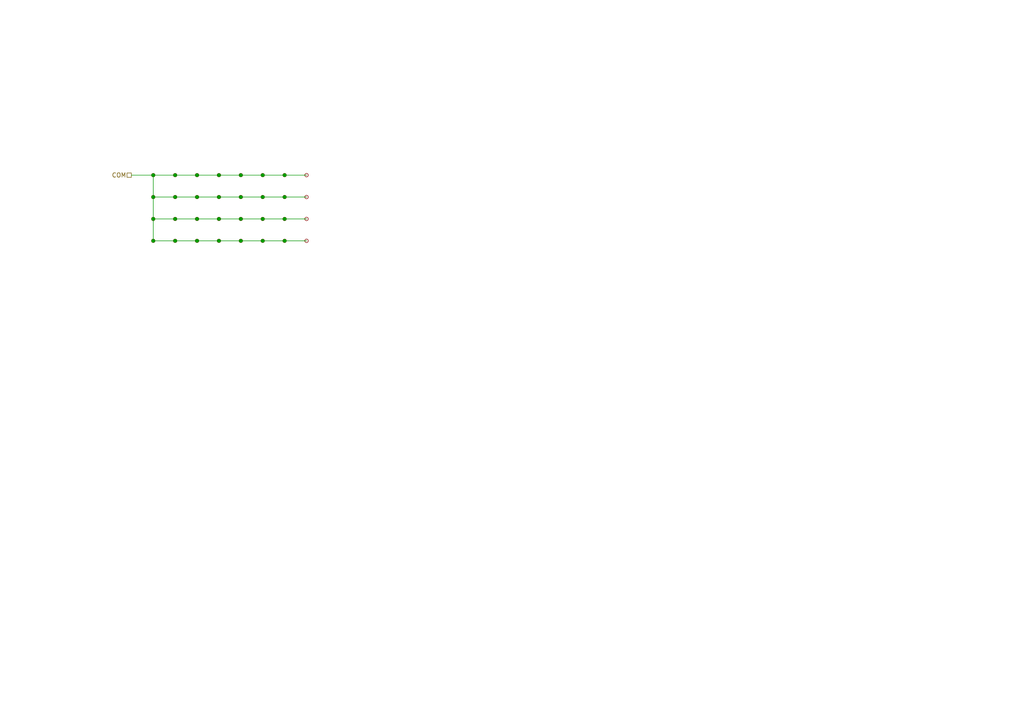
<source format=kicad_sch>
(kicad_sch (version 20231120) (generator "eeschema") (generator_version "8.0")
  (paper "A4")
  (title_block (title "User Expansion") (date "2025-01-24") (rev "1") (company "Ashet Technologies"))
  (lib_symbols
    (symbol "Connector:TestPoint_Small" (pin_numbers hide) (pin_names (offset 0.762) hide)
      (property "Reference" "TP" (at 0 3.81 0))
      (property "Value" "TestPoint_Small" (at 0 2.032 0))
      (symbol "TestPoint_Small_0_1"
        (circle (center 0 0) (radius 0.508))
      )
      (symbol "TestPoint_Small_1_1"
        (pin passive line (at 0 0 90) (length 0) (name "1") (number "1"))
      )
    )
  )
  (junction (at 50.8 57.15))
  (junction (at 63.5 63.5))
  (junction (at 44.45 50.8))
  (junction (at 63.5 69.85))
  (junction (at 57.15 69.85))
  (junction (at 44.45 69.85))
  (junction (at 76.2 69.85))
  (junction (at 63.5 57.15))
  (junction (at 82.55 50.8))
  (junction (at 57.15 57.15))
  (junction (at 50.8 69.85))
  (junction (at 50.8 63.5))
  (junction (at 63.5 50.8))
  (junction (at 76.2 57.15))
  (junction (at 82.55 63.5))
  (junction (at 69.85 57.15))
  (junction (at 69.85 50.8))
  (junction (at 57.15 63.5))
  (junction (at 76.2 50.8))
  (junction (at 44.45 57.15))
  (junction (at 69.85 63.5))
  (junction (at 69.85 69.85))
  (junction (at 76.2 63.5))
  (junction (at 44.45 63.5))
  (junction (at 82.55 57.15))
  (junction (at 57.15 50.8))
  (junction (at 50.8 50.8))
  (junction (at 82.55 69.85))
  (wire (pts (xy 50.8 69.85) (xy 57.15 69.85)))
  (wire (pts (xy 76.2 63.5) (xy 82.55 63.5)))
  (wire (pts (xy 82.55 63.5) (xy 88.9 63.5)))
  (wire (pts (xy 50.8 63.5) (xy 57.15 63.5)))
  (wire (pts (xy 76.2 57.15) (xy 82.55 57.15)))
  (wire (pts (xy 44.45 63.5) (xy 50.8 63.5)))
  (wire (pts (xy 44.45 50.8) (xy 44.45 57.15)))
  (wire (pts (xy 63.5 63.5) (xy 69.85 63.5)))
  (wire (pts (xy 57.15 57.15) (xy 63.5 57.15)))
  (wire (pts (xy 50.8 50.8) (xy 57.15 50.8)))
  (wire (pts (xy 44.45 69.85) (xy 50.8 69.85)))
  (wire (pts (xy 44.45 63.5) (xy 44.45 69.85)))
  (wire (pts (xy 82.55 50.8) (xy 88.9 50.8)))
  (wire (pts (xy 82.55 57.15) (xy 88.9 57.15)))
  (wire (pts (xy 82.55 69.85) (xy 88.9 69.85)))
  (wire (pts (xy 50.8 57.15) (xy 57.15 57.15)))
  (wire (pts (xy 69.85 63.5) (xy 76.2 63.5)))
  (wire (pts (xy 38.1 50.8) (xy 44.45 50.8)))
  (wire (pts (xy 63.5 57.15) (xy 69.85 57.15)))
  (wire (pts (xy 63.5 50.8) (xy 69.85 50.8)))
  (wire (pts (xy 57.15 63.5) (xy 63.5 63.5)))
  (wire (pts (xy 44.45 57.15) (xy 50.8 57.15)))
  (wire (pts (xy 76.2 50.8) (xy 82.55 50.8)))
  (wire (pts (xy 69.85 69.85) (xy 76.2 69.85)))
  (wire (pts (xy 76.2 69.85) (xy 82.55 69.85)))
  (wire (pts (xy 69.85 57.15) (xy 76.2 57.15)))
  (wire (pts (xy 57.15 50.8) (xy 63.5 50.8)))
  (wire (pts (xy 57.15 69.85) (xy 63.5 69.85)))
  (wire (pts (xy 44.45 57.15) (xy 44.45 63.5)))
  (wire (pts (xy 69.85 50.8) (xy 76.2 50.8)))
  (wire (pts (xy 63.5 69.85) (xy 69.85 69.85)))
  (wire (pts (xy 44.45 50.8) (xy 50.8 50.8)))
  (hierarchical_label "COM" (shape passive) (at 38.1 50.8 180))
  (symbol (lib_id "Connector:TestPoint_Small") (at 63.5 69.85 0) (unit 1)
    (property "Reference" "TP1328" (effects (hide yes)))
    (property "Value" "-" (effects (hide yes)))
    (property "Footprint" "TestPoint:TestPoint_THTPad_D1.5mm_Drill0.7mm" (effects (hide yes)))
    (property "Description" "test point" (effects (hide yes)))
    (instances (project "User Expansion" (path "" (reference "TP1416") (unit 1)) (path "" (reference "TP1328") (unit 1))))
  )
  (symbol (lib_id "Connector:TestPoint_Small") (at 69.85 50.8 0) (unit 1)
    (property "Reference" "TP1305" (effects (hide yes)))
    (property "Value" "-" (effects (hide yes)))
    (property "Footprint" "TestPoint:TestPoint_THTPad_D1.5mm_Drill0.7mm" (effects (hide yes)))
    (property "Description" "test point" (effects (hide yes)))
    (instances (project "User Expansion" (path "" (reference "TP1417") (unit 1)) (path "" (reference "TP1305") (unit 1))))
  )
  (symbol (lib_id "Connector:TestPoint_Small") (at 57.15 63.5 0) (unit 1)
    (property "Reference" "TP1319" (effects (hide yes)))
    (property "Value" "-" (effects (hide yes)))
    (property "Footprint" "TestPoint:TestPoint_THTPad_D1.5mm_Drill0.7mm" (effects (hide yes)))
    (property "Description" "test point" (effects (hide yes)))
    (instances (project "User Expansion" (path "" (reference "TP1411") (unit 1)) (path "" (reference "TP1319") (unit 1))))
  )
  (symbol (lib_id "Connector:TestPoint_Small") (at 57.15 69.85 0) (unit 1)
    (property "Reference" "TP1327" (effects (hide yes)))
    (property "Value" "-" (effects (hide yes)))
    (property "Footprint" "TestPoint:TestPoint_THTPad_D1.5mm_Drill0.7mm" (effects (hide yes)))
    (property "Description" "test point" (effects (hide yes)))
    (instances (project "User Expansion" (path "" (reference "TP1412") (unit 1)) (path "" (reference "TP1327") (unit 1))))
  )
  (symbol (lib_id "Connector:TestPoint_Small") (at 50.8 50.8 0) (unit 1)
    (property "Reference" "TP1302" (effects (hide yes)))
    (property "Value" "-" (effects (hide yes)))
    (property "Footprint" "TestPoint:TestPoint_THTPad_D1.5mm_Drill0.7mm" (effects (hide yes)))
    (property "Description" "test point" (effects (hide yes)))
    (instances (project "User Expansion" (path "" (reference "TP1405") (unit 1)) (path "" (reference "TP1302") (unit 1))))
  )
  (symbol (lib_id "Connector:TestPoint_Small") (at 69.85 63.5 0) (unit 1)
    (property "Reference" "TP1321" (effects (hide yes)))
    (property "Value" "-" (effects (hide yes)))
    (property "Footprint" "TestPoint:TestPoint_THTPad_D1.5mm_Drill0.7mm" (effects (hide yes)))
    (property "Description" "test point" (effects (hide yes)))
    (instances (project "User Expansion" (path "" (reference "TP1419") (unit 1)) (path "" (reference "TP1321") (unit 1))))
  )
  (symbol (lib_id "Connector:TestPoint_Small") (at 44.45 50.8 0) (unit 1)
    (property "Reference" "TP1301" (effects (hide yes)))
    (property "Value" "-" (effects (hide yes)))
    (property "Footprint" "TestPoint:TestPoint_THTPad_D1.5mm_Drill0.7mm" (effects (hide yes)))
    (property "Description" "test point" (effects (hide yes)))
    (instances (project "User Expansion" (path "" (reference "TP1401") (unit 1)) (path "" (reference "TP1301") (unit 1))))
  )
  (symbol (lib_id "Connector:TestPoint_Small") (at 76.2 63.5 0) (unit 1)
    (property "Reference" "TP1322" (effects (hide yes)))
    (property "Value" "-" (effects (hide yes)))
    (property "Footprint" "TestPoint:TestPoint_THTPad_D1.5mm_Drill0.7mm" (effects (hide yes)))
    (property "Description" "test point" (effects (hide yes)))
    (instances (project "User Expansion" (path "" (reference "TP1423") (unit 1)) (path "" (reference "TP1322") (unit 1))))
  )
  (symbol (lib_id "Connector:TestPoint_Small") (at 69.85 57.15 0) (unit 1)
    (property "Reference" "TP1313" (effects (hide yes)))
    (property "Value" "-" (effects (hide yes)))
    (property "Footprint" "TestPoint:TestPoint_THTPad_D1.5mm_Drill0.7mm" (effects (hide yes)))
    (property "Description" "test point" (effects (hide yes)))
    (instances (project "User Expansion" (path "" (reference "TP1418") (unit 1)) (path "" (reference "TP1313") (unit 1))))
  )
  (symbol (lib_id "Connector:TestPoint_Small") (at 88.9 69.85 0) (unit 1)
    (property "Reference" "TP1332" (effects (hide yes)))
    (property "Value" "-" (effects (hide yes)))
    (property "Footprint" "TestPoint:TestPoint_THTPad_D1.5mm_Drill0.7mm" (effects (hide yes)))
    (property "Description" "test point" (effects (hide yes)))
    (instances (project "User Expansion" (path "" (reference "TP1432") (unit 1)) (path "" (reference "TP1332") (unit 1))))
  )
  (symbol (lib_id "Connector:TestPoint_Small") (at 88.9 50.8 0) (unit 1)
    (property "Reference" "TP1308" (effects (hide yes)))
    (property "Value" "-" (effects (hide yes)))
    (property "Footprint" "TestPoint:TestPoint_THTPad_D1.5mm_Drill0.7mm" (effects (hide yes)))
    (property "Description" "test point" (effects (hide yes)))
    (instances (project "User Expansion" (path "" (reference "TP1429") (unit 1)) (path "" (reference "TP1308") (unit 1))))
  )
  (symbol (lib_id "Connector:TestPoint_Small") (at 76.2 69.85 0) (unit 1)
    (property "Reference" "TP1330" (effects (hide yes)))
    (property "Value" "-" (effects (hide yes)))
    (property "Footprint" "TestPoint:TestPoint_THTPad_D1.5mm_Drill0.7mm" (effects (hide yes)))
    (property "Description" "test point" (effects (hide yes)))
    (instances (project "User Expansion" (path "" (reference "TP1424") (unit 1)) (path "" (reference "TP1330") (unit 1))))
  )
  (symbol (lib_id "Connector:TestPoint_Small") (at 69.85 69.85 0) (unit 1)
    (property "Reference" "TP1329" (effects (hide yes)))
    (property "Value" "-" (effects (hide yes)))
    (property "Footprint" "TestPoint:TestPoint_THTPad_D1.5mm_Drill0.7mm" (effects (hide yes)))
    (property "Description" "test point" (effects (hide yes)))
    (instances (project "User Expansion" (path "" (reference "TP1420") (unit 1)) (path "" (reference "TP1329") (unit 1))))
  )
  (symbol (lib_id "Connector:TestPoint_Small") (at 88.9 57.15 0) (unit 1)
    (property "Reference" "TP1316" (effects (hide yes)))
    (property "Value" "-" (effects (hide yes)))
    (property "Footprint" "TestPoint:TestPoint_THTPad_D1.5mm_Drill0.7mm" (effects (hide yes)))
    (property "Description" "test point" (effects (hide yes)))
    (instances (project "User Expansion" (path "" (reference "TP1430") (unit 1)) (path "" (reference "TP1316") (unit 1))))
  )
  (symbol (lib_id "Connector:TestPoint_Small") (at 82.55 57.15 0) (unit 1)
    (property "Reference" "TP1315" (effects (hide yes)))
    (property "Value" "-" (effects (hide yes)))
    (property "Footprint" "TestPoint:TestPoint_THTPad_D1.5mm_Drill0.7mm" (effects (hide yes)))
    (property "Description" "test point" (effects (hide yes)))
    (instances (project "User Expansion" (path "" (reference "TP1426") (unit 1)) (path "" (reference "TP1315") (unit 1))))
  )
  (symbol (lib_id "Connector:TestPoint_Small") (at 50.8 63.5 0) (unit 1)
    (property "Reference" "TP1318" (effects (hide yes)))
    (property "Value" "-" (effects (hide yes)))
    (property "Footprint" "TestPoint:TestPoint_THTPad_D1.5mm_Drill0.7mm" (effects (hide yes)))
    (property "Description" "test point" (effects (hide yes)))
    (instances (project "User Expansion" (path "" (reference "TP1407") (unit 1)) (path "" (reference "TP1318") (unit 1))))
  )
  (symbol (lib_id "Connector:TestPoint_Small") (at 63.5 63.5 0) (unit 1)
    (property "Reference" "TP1320" (effects (hide yes)))
    (property "Value" "-" (effects (hide yes)))
    (property "Footprint" "TestPoint:TestPoint_THTPad_D1.5mm_Drill0.7mm" (effects (hide yes)))
    (property "Description" "test point" (effects (hide yes)))
    (instances (project "User Expansion" (path "" (reference "TP1415") (unit 1)) (path "" (reference "TP1320") (unit 1))))
  )
  (symbol (lib_id "Connector:TestPoint_Small") (at 82.55 50.8 0) (unit 1)
    (property "Reference" "TP1307" (effects (hide yes)))
    (property "Value" "-" (effects (hide yes)))
    (property "Footprint" "TestPoint:TestPoint_THTPad_D1.5mm_Drill0.7mm" (effects (hide yes)))
    (property "Description" "test point" (effects (hide yes)))
    (instances (project "User Expansion" (path "" (reference "TP1425") (unit 1)) (path "" (reference "TP1307") (unit 1))))
  )
  (symbol (lib_id "Connector:TestPoint_Small") (at 88.9 63.5 0) (unit 1)
    (property "Reference" "TP1324" (effects (hide yes)))
    (property "Value" "-" (effects (hide yes)))
    (property "Footprint" "TestPoint:TestPoint_THTPad_D1.5mm_Drill0.7mm" (effects (hide yes)))
    (property "Description" "test point" (effects (hide yes)))
    (instances (project "User Expansion" (path "" (reference "TP1431") (unit 1)) (path "" (reference "TP1324") (unit 1))))
  )
  (symbol (lib_id "Connector:TestPoint_Small") (at 44.45 57.15 0) (unit 1)
    (property "Reference" "TP1309" (effects (hide yes)))
    (property "Value" "-" (effects (hide yes)))
    (property "Footprint" "TestPoint:TestPoint_THTPad_D1.5mm_Drill0.7mm" (effects (hide yes)))
    (property "Description" "test point" (effects (hide yes)))
    (instances (project "User Expansion" (path "" (reference "TP1402") (unit 1)) (path "" (reference "TP1309") (unit 1))))
  )
  (symbol (lib_id "Connector:TestPoint_Small") (at 50.8 57.15 0) (unit 1)
    (property "Reference" "TP1310" (effects (hide yes)))
    (property "Value" "-" (effects (hide yes)))
    (property "Footprint" "TestPoint:TestPoint_THTPad_D1.5mm_Drill0.7mm" (effects (hide yes)))
    (property "Description" "test point" (effects (hide yes)))
    (instances (project "User Expansion" (path "" (reference "TP1406") (unit 1)) (path "" (reference "TP1310") (unit 1))))
  )
  (symbol (lib_id "Connector:TestPoint_Small") (at 82.55 63.5 0) (unit 1)
    (property "Reference" "TP1323" (effects (hide yes)))
    (property "Value" "-" (effects (hide yes)))
    (property "Footprint" "TestPoint:TestPoint_THTPad_D1.5mm_Drill0.7mm" (effects (hide yes)))
    (property "Description" "test point" (effects (hide yes)))
    (instances (project "User Expansion" (path "" (reference "TP1427") (unit 1)) (path "" (reference "TP1323") (unit 1))))
  )
  (symbol (lib_id "Connector:TestPoint_Small") (at 44.45 63.5 0) (unit 1)
    (property "Reference" "TP1317" (effects (hide yes)))
    (property "Value" "-" (effects (hide yes)))
    (property "Footprint" "TestPoint:TestPoint_THTPad_D1.5mm_Drill0.7mm" (effects (hide yes)))
    (property "Description" "test point" (effects (hide yes)))
    (instances (project "User Expansion" (path "" (reference "TP1403") (unit 1)) (path "" (reference "TP1317") (unit 1))))
  )
  (symbol (lib_id "Connector:TestPoint_Small") (at 63.5 50.8 0) (unit 1)
    (property "Reference" "TP1304" (effects (hide yes)))
    (property "Value" "-" (effects (hide yes)))
    (property "Footprint" "TestPoint:TestPoint_THTPad_D1.5mm_Drill0.7mm" (effects (hide yes)))
    (property "Description" "test point" (effects (hide yes)))
    (instances (project "User Expansion" (path "" (reference "TP1413") (unit 1)) (path "" (reference "TP1304") (unit 1))))
  )
  (symbol (lib_id "Connector:TestPoint_Small") (at 57.15 50.8 0) (unit 1)
    (property "Reference" "TP1303" (effects (hide yes)))
    (property "Value" "-" (effects (hide yes)))
    (property "Footprint" "TestPoint:TestPoint_THTPad_D1.5mm_Drill0.7mm" (effects (hide yes)))
    (property "Description" "test point" (effects (hide yes)))
    (instances (project "User Expansion" (path "" (reference "TP1409") (unit 1)) (path "" (reference "TP1303") (unit 1))))
  )
  (symbol (lib_id "Connector:TestPoint_Small") (at 76.2 57.15 0) (unit 1)
    (property "Reference" "TP1314" (effects (hide yes)))
    (property "Value" "-" (effects (hide yes)))
    (property "Footprint" "TestPoint:TestPoint_THTPad_D1.5mm_Drill0.7mm" (effects (hide yes)))
    (property "Description" "test point" (effects (hide yes)))
    (instances (project "User Expansion" (path "" (reference "TP1422") (unit 1)) (path "" (reference "TP1314") (unit 1))))
  )
  (symbol (lib_id "Connector:TestPoint_Small") (at 76.2 50.8 0) (unit 1)
    (property "Reference" "TP1306" (effects (hide yes)))
    (property "Value" "-" (effects (hide yes)))
    (property "Footprint" "TestPoint:TestPoint_THTPad_D1.5mm_Drill0.7mm" (effects (hide yes)))
    (property "Description" "test point" (effects (hide yes)))
    (instances (project "User Expansion" (path "" (reference "TP1421") (unit 1)) (path "" (reference "TP1306") (unit 1))))
  )
  (symbol (lib_id "Connector:TestPoint_Small") (at 50.8 69.85 0) (unit 1)
    (property "Reference" "TP1326" (effects (hide yes)))
    (property "Value" "-" (effects (hide yes)))
    (property "Footprint" "TestPoint:TestPoint_THTPad_D1.5mm_Drill0.7mm" (effects (hide yes)))
    (property "Description" "test point" (effects (hide yes)))
    (instances (project "User Expansion" (path "" (reference "TP1408") (unit 1)) (path "" (reference "TP1326") (unit 1))))
  )
  (symbol (lib_id "Connector:TestPoint_Small") (at 44.45 69.85 0) (unit 1)
    (property "Reference" "TP1325" (effects (hide yes)))
    (property "Value" "-" (effects (hide yes)))
    (property "Footprint" "TestPoint:TestPoint_THTPad_D1.5mm_Drill0.7mm" (effects (hide yes)))
    (property "Description" "test point" (effects (hide yes)))
    (instances (project "User Expansion" (path "" (reference "TP1404") (unit 1)) (path "" (reference "TP1325") (unit 1))))
  )
  (symbol (lib_id "Connector:TestPoint_Small") (at 82.55 69.85 0) (unit 1)
    (property "Reference" "TP1331" (effects (hide yes)))
    (property "Value" "-" (effects (hide yes)))
    (property "Footprint" "TestPoint:TestPoint_THTPad_D1.5mm_Drill0.7mm" (effects (hide yes)))
    (property "Description" "test point" (effects (hide yes)))
    (instances (project "User Expansion" (path "" (reference "TP1428") (unit 1)) (path "" (reference "TP1331") (unit 1))))
  )
  (symbol (lib_id "Connector:TestPoint_Small") (at 63.5 57.15 0) (unit 1)
    (property "Reference" "TP1312" (effects (hide yes)))
    (property "Value" "-" (effects (hide yes)))
    (property "Footprint" "TestPoint:TestPoint_THTPad_D1.5mm_Drill0.7mm" (effects (hide yes)))
    (property "Description" "test point" (effects (hide yes)))
    (instances (project "User Expansion" (path "" (reference "TP1414") (unit 1)) (path "" (reference "TP1312") (unit 1))))
  )
  (symbol (lib_id "Connector:TestPoint_Small") (at 57.15 57.15 0) (unit 1)
    (property "Reference" "TP1311" (effects (hide yes)))
    (property "Value" "-" (effects (hide yes)))
    (property "Footprint" "TestPoint:TestPoint_THTPad_D1.5mm_Drill0.7mm" (effects (hide yes)))
    (property "Description" "test point" (effects (hide yes)))
    (instances (project "User Expansion" (path "" (reference "TP1410") (unit 1)) (path "" (reference "TP1311") (unit 1))))
  )
)
</source>
